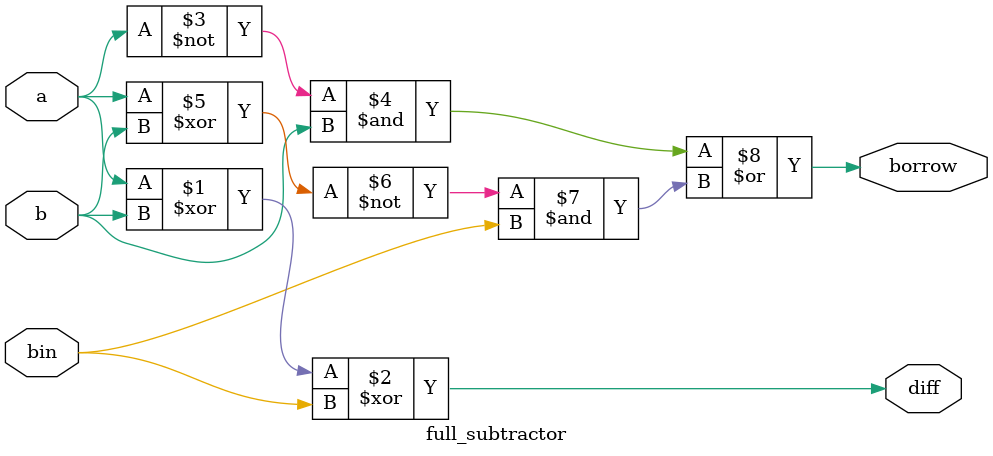
<source format=v>
module full_subtractor ( 
    input  wire a, b, bin,       // Inputs 
    output wire diff, borrow     // Outputs 
); 
 
    // Logic equations 
    assign diff   = a ^ b ^ bin;                  // Difference 
    assign borrow = (~a & b) | (~(a ^ b) & bin);  // Borrow logic 
 
endmodule
</source>
